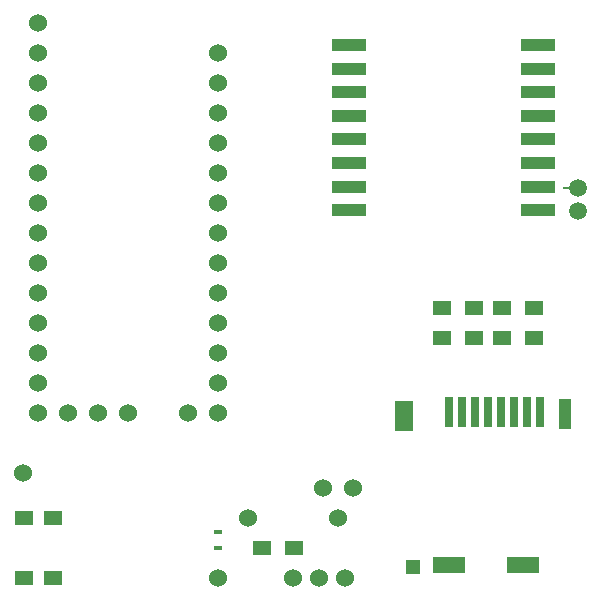
<source format=gts>
G04 #@! TF.FileFunction,Soldermask,Top*
%FSLAX46Y46*%
G04 Gerber Fmt 4.6, Leading zero omitted, Abs format (unit mm)*
G04 Created by KiCad (PCBNEW 4.0.2-stable) date Saturday, 16 July 2016 'pmt' 14:41:27*
%MOMM*%
G01*
G04 APERTURE LIST*
%ADD10C,0.100000*%
%ADD11C,1.500000*%
%ADD12R,0.800000X0.280000*%
%ADD13R,1.500000X1.250000*%
%ADD14R,0.700000X2.600000*%
%ADD15R,1.500000X2.600000*%
%ADD16R,1.000000X2.600000*%
%ADD17R,2.700000X1.400000*%
%ADD18R,1.200000X1.200000*%
%ADD19R,3.000000X1.100000*%
%ADD20R,1.500000X1.300000*%
%ADD21C,1.524000*%
%ADD22R,0.800000X0.400000*%
G04 APERTURE END LIST*
D10*
D11*
X95250000Y-38100000D03*
X95250000Y-40100000D03*
D12*
X94250000Y-38100000D03*
D13*
X50780000Y-71120000D03*
X48280000Y-71120000D03*
X50780000Y-66040000D03*
X48280000Y-66040000D03*
D14*
X84280000Y-57080000D03*
X85380000Y-57080000D03*
X86480000Y-57080000D03*
X87580000Y-57080000D03*
X88680000Y-57080000D03*
X89780000Y-57080000D03*
X90880000Y-57080000D03*
X91980000Y-57080000D03*
D15*
X80530000Y-57430000D03*
D16*
X94080000Y-57280000D03*
D17*
X84280000Y-70080000D03*
D18*
X81280000Y-70180000D03*
D17*
X90580000Y-70080000D03*
D19*
X75820000Y-26020000D03*
X75820000Y-28020000D03*
X75820000Y-30020000D03*
X75820000Y-32020000D03*
X75820000Y-34020000D03*
X75820000Y-36020000D03*
X75820000Y-38020000D03*
X75820000Y-40020000D03*
X91820000Y-40020000D03*
X91820000Y-38020000D03*
X91820000Y-36020000D03*
X91820000Y-34020000D03*
X91820000Y-32020000D03*
X91820000Y-30020000D03*
X91820000Y-28020000D03*
X91820000Y-26020000D03*
D20*
X68500000Y-68580000D03*
X71200000Y-68580000D03*
X86440000Y-50800000D03*
X83740000Y-50800000D03*
X86440000Y-48260000D03*
X83740000Y-48260000D03*
X88820000Y-50800000D03*
X91520000Y-50800000D03*
X88820000Y-48260000D03*
X91520000Y-48260000D03*
D21*
X49530000Y-24130000D03*
X49530000Y-26670000D03*
X49530000Y-29210000D03*
X49530000Y-31750000D03*
X49530000Y-34290000D03*
X49530000Y-36830000D03*
X49530000Y-39370000D03*
X49530000Y-41910000D03*
X49530000Y-44450000D03*
X49530000Y-46990000D03*
X49530000Y-49530000D03*
X49530000Y-52070000D03*
X49530000Y-54610000D03*
X49530000Y-57150000D03*
X64770000Y-57150000D03*
X64770000Y-54610000D03*
X64770000Y-52070000D03*
X64770000Y-49530000D03*
X64770000Y-46990000D03*
X64770000Y-44450000D03*
X64770000Y-41910000D03*
X64770000Y-39370000D03*
X64770000Y-36830000D03*
X64770000Y-34290000D03*
X64770000Y-31750000D03*
X64770000Y-29210000D03*
X54610000Y-57150000D03*
X62230000Y-57150000D03*
X64770000Y-26670000D03*
X57150000Y-57150000D03*
X52070000Y-57150000D03*
D22*
X64770000Y-67280000D03*
X64770000Y-68580000D03*
D21*
X48260000Y-62230000D03*
X74930000Y-66040000D03*
X73660000Y-63500000D03*
X76200000Y-63500000D03*
X75530000Y-71120000D03*
X73290000Y-71120000D03*
X67310000Y-66040000D03*
X71050000Y-71120000D03*
X64770000Y-71120000D03*
M02*

</source>
